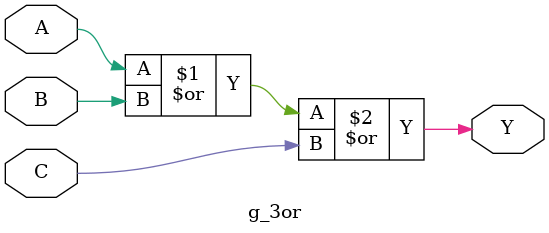
<source format=v>
module g_3or (Y, A, B, C);

   input A, B, C;
   output Y;

   or (Y, A, B, C);

endmodule // g_3or

</source>
